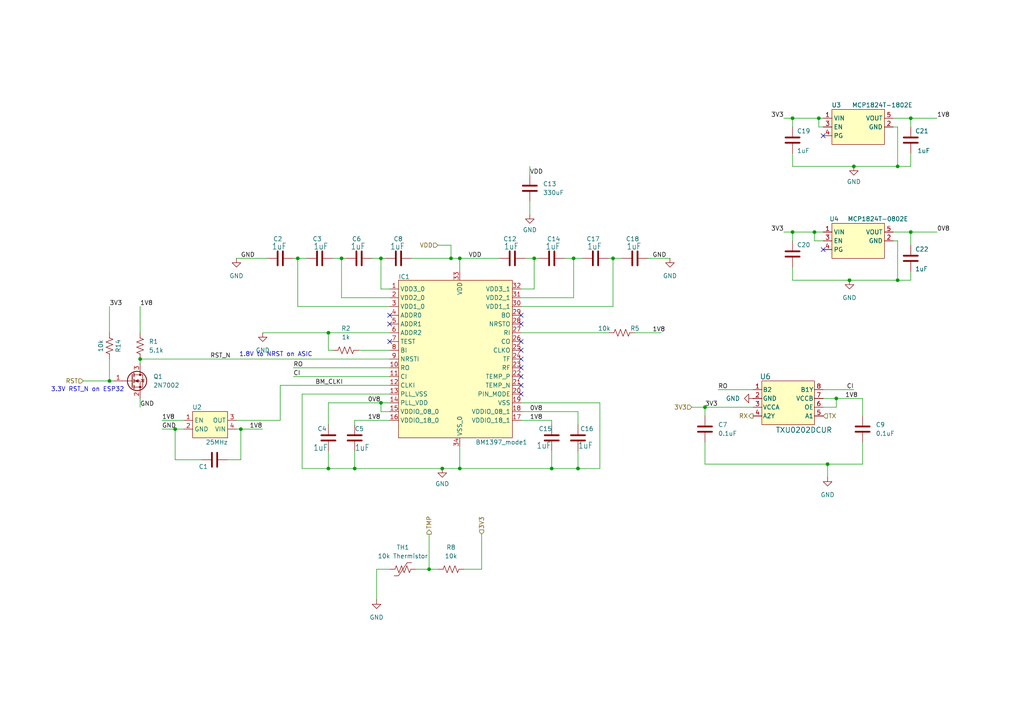
<source format=kicad_sch>
(kicad_sch (version 20231120) (generator "eeschema") (generator_version "8.0")
  (paper "A4")
  (title_block (title "NerdNOS") (date "2024-04-05") (rev "1"))
  (lib_symbols
    (symbol "Device:C" (pin_numbers hide) (pin_names (offset 0.254))
      (property "Reference" "C" (at 0.635 2.54 0))
      (property "Value" "C" (at 0.635 -2.54 0))
      (symbol "C_0_1"
        (polyline (pts (xy -2.032 -0.762) (xy 2.032 -0.762)) (stroke (width 0.508)))
        (polyline (pts (xy -2.032 0.762) (xy 2.032 0.762)) (stroke (width 0.508)))
      )
      (symbol "C_1_1"
        (pin passive line (at 0 3.81 270) (length 2.794) (name "~") (number "1"))
        (pin passive line (at 0 -3.81 90) (length 2.794) (name "~") (number "2"))
      )
    )
    (symbol "Device:R_US" (pin_numbers hide) (pin_names (offset 0))
      (property "Reference" "R" (at 2.54 0 90))
      (property "Value" "R_US" (at -2.54 0 90))
      (symbol "R_US_0_1"
        (polyline (pts (xy 0 -2.286) (xy 0 -2.54)))
        (polyline (pts (xy 0 2.286) (xy 0 2.54)))
        (polyline (pts (xy 0 -0.762) (xy 1.016 -1.143) (xy 0 -1.524) (xy -1.016 -1.905) (xy 0 -2.286)))
        (polyline (pts (xy 0 0.762) (xy 1.016 0.381) (xy 0 0) (xy -1.016 -0.381) (xy 0 -0.762)))
        (polyline (pts (xy 0 2.286) (xy 1.016 1.905) (xy 0 1.524) (xy -1.016 1.143) (xy 0 0.762)))
      )
      (symbol "R_US_1_1"
        (pin passive line (at 0 3.81 270) (length 1.27) (name "~") (number "1"))
        (pin passive line (at 0 -3.81 90) (length 1.27) (name "~") (number "2"))
      )
    )
    (symbol "Device:Thermistor_US" (pin_numbers hide) (pin_names (offset 0))
      (property "Reference" "TH" (at 2.54 1.27 90))
      (property "Value" "Thermistor_US" (at -2.54 0 90))
      (symbol "Thermistor_US_0_1"
        (polyline (pts (xy 0 -2.286) (xy 0 -2.54)))
        (polyline (pts (xy 0 2.286) (xy 0 2.54)))
        (polyline (pts (xy 1.905 -1.27) (xy 1.905 -2.54)))
        (polyline (pts (xy -1.905 2.54) (xy -1.905 1.27) (xy 1.905 -1.27)))
        (polyline (pts (xy 0 -0.762) (xy 1.016 -1.143) (xy 0 -1.524) (xy -1.016 -1.905) (xy 0 -2.286)))
        (polyline (pts (xy 0 0.762) (xy 1.016 0.381) (xy 0 0) (xy -1.016 -0.381) (xy 0 -0.762)))
        (polyline (pts (xy 0 2.286) (xy 1.016 1.905) (xy 0 1.524) (xy -1.016 1.143) (xy 0 0.762)))
      )
      (symbol "Thermistor_US_1_1"
        (pin passive line (at 0 3.81 270) (length 1.27) (name "~") (number "1"))
        (pin passive line (at 0 -3.81 90) (length 1.27) (name "~") (number "2"))
      )
    )
    (symbol "GND_1" (power) (pin_numbers hide) (pin_names (offset 0) hide)
      (property "Value" "GND" (at 0 -3.81 0))
      (symbol "GND_1_0_1"
        (polyline (pts (xy 0 0) (xy 0 -1.27) (xy 1.27 -1.27) (xy 0 -2.54) (xy -1.27 -1.27) (xy 0 -1.27)))
      )
      (symbol "GND_1_1_1"
        (pin power_in line (at 0 0 270) (length 0) (name "~") (number "1"))
      )
    )
    (symbol "GND_2" (power) (pin_numbers hide) (pin_names (offset 0) hide)
      (property "Value" "GND" (at 0 -3.81 0))
      (symbol "GND_2_0_1"
        (polyline (pts (xy 0 0) (xy 0 -1.27) (xy 1.27 -1.27) (xy 0 -2.54) (xy -1.27 -1.27) (xy 0 -1.27)))
      )
      (symbol "GND_2_1_1"
        (pin power_in line (at 0 0 270) (length 0) (name "~") (number "1"))
      )
    )
    (symbol "GND_4" (power) (pin_numbers hide) (pin_names (offset 0) hide)
      (property "Value" "GND" (at 0 -3.81 0))
      (symbol "GND_4_0_1"
        (polyline (pts (xy 0 0) (xy 0 -1.27) (xy 1.27 -1.27) (xy 0 -2.54) (xy -1.27 -1.27) (xy 0 -1.27)))
      )
      (symbol "GND_4_1_1"
        (pin power_in line (at 0 0 270) (length 0) (name "~") (number "1"))
      )
    )
    (symbol "GND_5" (power) (pin_numbers hide) (pin_names (offset 0) hide)
      (property "Value" "GND" (at 0 -3.81 0))
      (symbol "GND_5_0_1"
        (polyline (pts (xy 0 0) (xy 0 -1.27) (xy 1.27 -1.27) (xy 0 -2.54) (xy -1.27 -1.27) (xy 0 -1.27)))
      )
      (symbol "GND_5_1_1"
        (pin power_in line (at 0 0 270) (length 0) (name "~") (number "1"))
      )
    )
    (symbol "GND_6" (power) (pin_numbers hide) (pin_names (offset 0) hide)
      (property "Value" "GND" (at 0 -3.81 0))
      (symbol "GND_6_0_1"
        (polyline (pts (xy 0 0) (xy 0 -1.27) (xy 1.27 -1.27) (xy 0 -2.54) (xy -1.27 -1.27) (xy 0 -1.27)))
      )
      (symbol "GND_6_1_1"
        (pin power_in line (at 0 0 270) (length 0) (name "~") (number "1"))
      )
    )
    (symbol "GND_7" (power) (pin_numbers hide) (pin_names (offset 0) hide)
      (property "Value" "GND" (at 0 -3.81 0))
      (symbol "GND_7_0_1"
        (polyline (pts (xy 0 0) (xy 0 -1.27) (xy 1.27 -1.27) (xy 0 -2.54) (xy -1.27 -1.27) (xy 0 -1.27)))
      )
      (symbol "GND_7_1_1"
        (pin power_in line (at 0 0 270) (length 0) (name "~") (number "1"))
      )
    )
    (symbol "Transistor_FET:2N7002" (pin_names hide)
      (property "Reference" "Q" (at 5.08 1.905 0))
      (property "Value" "2N7002" (at 5.08 0 0))
      (symbol "2N7002_0_1"
        (polyline (pts (xy 0.254 0) (xy -2.54 0)))
        (polyline (pts (xy 0.254 1.905) (xy 0.254 -1.905)) (stroke (width 0.254)))
        (polyline (pts (xy 0.762 -1.27) (xy 0.762 -2.286)) (stroke (width 0.254)))
        (polyline (pts (xy 0.762 0.508) (xy 0.762 -0.508)) (stroke (width 0.254)))
        (polyline (pts (xy 0.762 2.286) (xy 0.762 1.27)) (stroke (width 0.254)))
        (polyline (pts (xy 2.54 2.54) (xy 2.54 1.778)))
        (polyline (pts (xy 2.54 -2.54) (xy 2.54 0) (xy 0.762 0)))
        (polyline (pts (xy 0.762 -1.778) (xy 3.302 -1.778) (xy 3.302 1.778) (xy 0.762 1.778)))
        (polyline (pts (xy 1.016 0) (xy 2.032 0.381) (xy 2.032 -0.381) (xy 1.016 0)) (fill (type outline)))
        (polyline (pts (xy 2.794 0.508) (xy 2.921 0.381) (xy 3.683 0.381) (xy 3.81 0.254)))
        (polyline (pts (xy 3.302 0.381) (xy 2.921 -0.254) (xy 3.683 -0.254) (xy 3.302 0.381)))
        (circle (center 1.651 0) (radius 2.794) (stroke (width 0.254)))
        (circle (center 2.54 -1.778) (radius 0.254) (fill (type outline)))
        (circle (center 2.54 1.778) (radius 0.254) (fill (type outline)))
      )
      (symbol "2N7002_1_1"
        (pin input line (at -5.08 0 0) (length 2.54) (name "G") (number "1"))
        (pin passive line (at 2.54 -5.08 90) (length 2.54) (name "S") (number "2"))
        (pin passive line (at 2.54 5.08 270) (length 2.54) (name "D") (number "3"))
      )
    )
    (symbol "bitaxe:BM1397_mode1"
      (property "Reference" "IC" (at -17.78 17.78 0))
      (property "Value" "BM1397_mode1" (at -17.78 -30.48 0))
      (symbol "BM1397_mode1_1_0"
        (pin bidirectional line (at -20.32 15.24 0) (length 2.54) (name "VDD3_0") (number "1"))
        (pin bidirectional line (at -20.32 -7.62 0) (length 2.54) (name "RO") (number "10"))
        (pin bidirectional line (at -20.32 -10.16 0) (length 2.54) (name "CI") (number "11"))
        (pin bidirectional line (at -20.32 -12.7 0) (length 2.54) (name "CLKI") (number "12"))
        (pin bidirectional line (at -20.32 -15.24 0) (length 2.54) (name "PLL_VSS") (number "13"))
        (pin bidirectional line (at -20.32 -17.78 0) (length 2.54) (name "PLL_VDD") (number "14"))
        (pin bidirectional line (at -20.32 -20.32 0) (length 2.54) (name "VDDIO_08_0") (number "15"))
        (pin bidirectional line (at -20.32 -22.86 0) (length 2.54) (name "VDDIO_18_0") (number "16"))
        (pin bidirectional line (at 17.78 -22.86 180) (length 2.54) (name "VDDIO_18_1") (number "17"))
        (pin bidirectional line (at 17.78 -20.32 180) (length 2.54) (name "VDDIO_08_1") (number "18"))
        (pin bidirectional line (at 17.78 -17.78 180) (length 2.54) (name "VSS") (number "19"))
        (pin bidirectional line (at -20.32 12.7 0) (length 2.54) (name "VDD2_0") (number "2"))
        (pin bidirectional line (at 17.78 -15.24 180) (length 2.54) (name "PIN_MODE") (number "20"))
        (pin bidirectional line (at 17.78 -12.7 180) (length 2.54) (name "TEMP_N") (number "21"))
        (pin bidirectional line (at 17.78 -10.16 180) (length 2.54) (name "TEMP_P") (number "22"))
        (pin bidirectional line (at 17.78 -7.62 180) (length 2.54) (name "RF") (number "23"))
        (pin bidirectional line (at 17.78 -5.08 180) (length 2.54) (name "TF") (number "24"))
        (pin bidirectional line (at 17.78 -2.54 180) (length 2.54) (name "CLKO") (number "25"))
        (pin bidirectional line (at 17.78 0 180) (length 2.54) (name "CO") (number "26"))
        (pin bidirectional line (at 17.78 2.54 180) (length 2.54) (name "RI") (number "27"))
        (pin bidirectional line (at 17.78 5.08 180) (length 2.54) (name "NRSTO") (number "28"))
        (pin bidirectional line (at 17.78 7.62 180) (length 2.54) (name "BO") (number "29"))
        (pin bidirectional line (at -20.32 10.16 0) (length 2.54) (name "VDD1_0") (number "3"))
        (pin bidirectional line (at 17.78 10.16 180) (length 2.54) (name "VDD1_1") (number "30"))
        (pin bidirectional line (at 17.78 12.7 180) (length 2.54) (name "VDD2_1") (number "31"))
        (pin bidirectional line (at 17.78 15.24 180) (length 2.54) (name "VDD3_1") (number "32"))
        (pin bidirectional line (at 0 20.32 270) (length 2.54) (name "VDD") (number "33"))
        (pin bidirectional line (at 0 -30.48 90) (length 2.54) (name "VSS_0") (number "34"))
        (pin bidirectional line (at -20.32 7.62 0) (length 2.54) (name "ADDR0") (number "4"))
        (pin bidirectional line (at -20.32 5.08 0) (length 2.54) (name "ADDR1") (number "5"))
        (pin bidirectional line (at -20.32 2.54 0) (length 2.54) (name "ADDR2") (number "6"))
        (pin bidirectional line (at -20.32 0 0) (length 2.54) (name "TEST") (number "7"))
        (pin bidirectional line (at -20.32 -2.54 0) (length 2.54) (name "BI") (number "8"))
        (pin bidirectional line (at -20.32 -5.08 0) (length 2.54) (name "NRSTI") (number "9"))
      )
      (symbol "BM1397_mode1_1_1"
        (rectangle (start -17.78 17.78) (end 15.24 -27.94) (stroke (width 0.1524)) (fill (type background)))
      )
    )
    (symbol "bitaxe:MCP1824"
      (property "Reference" "U" (at -7.62 5.08 0))
      (property "Value" "MCP1824" (at 5.08 5.08 0))
      (symbol "MCP1824_0_1"
        (rectangle (start -7.62 3.81) (end 7.62 -6.35) (stroke (width 0.1524)) (fill (type background)))
      )
      (symbol "MCP1824_1_0"
        (pin bidirectional line (at -10.16 1.27 0) (length 2.54) (name "VIN") (number "1"))
        (pin bidirectional line (at 10.16 -1.27 180) (length 2.54) (name "GND") (number "2"))
        (pin bidirectional line (at -10.16 -1.27 0) (length 2.54) (name "EN") (number "3"))
        (pin bidirectional line (at -10.16 -3.81 0) (length 2.54) (name "PG") (number "4"))
        (pin power_out line (at 10.16 1.27 180) (length 2.54) (name "VOUT") (number "5"))
      )
    )
    (symbol "bitaxe:TXU0202DCUR" (pin_names (offset 0.254))
      (property "Reference" "U6" (at -6.604 7.62 0))
      (property "Value" "TXU0202DCUR" (at 7.62 -8.128 0))
      (symbol "TXU0202DCUR_0_1"
        (pin power_out line (at -10.16 1.27 0) (length 2.54) (name "GND") (number "2"))
        (pin power_in line (at -10.16 -1.27 0) (length 2.54) (name "VCCA") (number "3"))
        (pin output line (at -10.16 -3.81 0) (length 2.54) (name "A2Y") (number "4"))
        (pin input line (at 10.16 -3.81 180) (length 2.54) (name "A1") (number "5"))
        (pin input line (at 10.16 -1.27 180) (length 2.54) (name "OE") (number "6"))
        (pin power_in line (at 10.16 1.27 180) (length 2.54) (name "VCCB") (number "7"))
        (pin output line (at 10.16 3.81 180) (length 2.54) (name "B1Y") (number "8"))
      )
      (symbol "TXU0202DCUR_1_1"
        (rectangle (start -7.62 6.35) (end 7.62 -6.35) (fill (type background)))
        (pin input line (at -10.16 3.81 0) (length 2.54) (name "B2") (number "1"))
      )
    )
    (symbol "bitaxe:oscillator"
      (property "Reference" "U" (at -3.81 5.08 0))
      (property "Value" "oscillator" (at 0 -5.08 0))
      (symbol "oscillator_0_1"
        (rectangle (start -5.08 3.81) (end 5.08 -3.81) (stroke (width 0.1524)) (fill (type background)))
      )
      (symbol "oscillator_1_0"
        (pin input line (at -7.62 1.27 0) (length 2.54) (name "EN") (number "1"))
        (pin bidirectional line (at -7.62 -1.27 0) (length 2.54) (name "GND") (number "2"))
        (pin bidirectional line (at 7.62 1.27 180) (length 2.54) (name "OUT") (number "3"))
        (pin power_in line (at 7.62 -1.27 180) (length 2.54) (name "VIN") (number "4"))
      )
    )
    (symbol "power:GND" (power) (pin_names (offset 0))
      (property "Value" "GND" (at 0 -3.81 0))
      (symbol "GND_0_1"
        (polyline (pts (xy 0 0) (xy 0 -1.27) (xy 1.27 -1.27) (xy 0 -2.54) (xy -1.27 -1.27) (xy 0 -1.27)))
      )
      (symbol "GND_1_1"
        (pin power_in line (at 0 0 270) (length 0) hide (name "GND") (number "1"))
      )
    )
  )
  (junction (at 240.03 134.62))
  (junction (at 260.35 48.26) (diameter 0.9144))
  (junction (at 229.87 67.31) (diameter 0.9144))
  (junction (at 242.57 115.57))
  (junction (at 237.49 34.29))
  (junction (at 95.25 135.89))
  (junction (at 229.87 34.29) (diameter 0.9144))
  (junction (at 160.02 135.89))
  (junction (at 130.81 74.93))
  (junction (at 50.8 124.46))
  (junction (at 40.64 104.14))
  (junction (at 204.47 118.11))
  (junction (at 167.64 135.89))
  (junction (at 128.27 135.89))
  (junction (at 102.87 135.89))
  (junction (at 236.22 67.31))
  (junction (at 247.65 48.26))
  (junction (at 264.16 67.31) (diameter 0.9144))
  (junction (at 99.06 74.93))
  (junction (at 154.94 74.93))
  (junction (at 166.37 74.93))
  (junction (at 124.46 165.1))
  (junction (at 95.25 96.52))
  (junction (at 264.16 34.29) (diameter 0.9144))
  (junction (at 86.36 74.93))
  (junction (at 177.8 74.93))
  (junction (at 31.75 110.49))
  (junction (at 246.38 81.28))
  (junction (at 110.49 116.84))
  (junction (at 133.35 135.89))
  (junction (at 69.85 124.46))
  (junction (at 133.35 74.93))
  (junction (at 260.35 81.28) (diameter 0.9144))
  (junction (at 110.49 74.93))
  (no_connect (at 113.03 99.06))
  (no_connect (at 151.13 111.76))
  (no_connect (at 151.13 114.3))
  (no_connect (at 151.13 101.6))
  (no_connect (at 151.13 109.22))
  (no_connect (at 151.13 104.14))
  (no_connect (at 238.76 39.37))
  (no_connect (at 113.03 93.98))
  (no_connect (at 151.13 106.68))
  (no_connect (at 151.13 99.06))
  (no_connect (at 151.13 91.44))
  (no_connect (at 151.13 93.98))
  (no_connect (at 113.03 91.44))
  (no_connect (at 238.76 72.39))
  (wire (pts (xy 133.35 135.89) (xy 133.35 129.54)))
  (wire (pts (xy 110.49 74.93) (xy 110.49 83.82)))
  (wire (pts (xy 40.64 104.14) (xy 113.03 104.14)))
  (wire (pts (xy 107.95 74.93) (xy 110.49 74.93)))
  (wire (pts (xy 69.85 124.46) (xy 76.2 124.46)))
  (wire (pts (xy 40.64 88.9) (xy 40.64 96.52)))
  (wire (pts (xy 102.87 130.81) (xy 102.87 135.89)))
  (wire (pts (xy 68.58 124.46) (xy 69.85 124.46)))
  (wire (pts (xy 187.96 74.93) (xy 194.31 74.93)))
  (wire (pts (xy 154.94 74.93) (xy 156.21 74.93)))
  (wire (pts (xy 240.03 134.62) (xy 250.19 134.62)))
  (wire (pts (xy 76.2 96.52) (xy 95.25 96.52)))
  (wire (pts (xy 166.37 86.36) (xy 166.37 74.93)))
  (wire (pts (xy 153.67 58.42) (xy 153.67 62.23)))
  (wire (pts (xy 120.65 165.1) (xy 124.46 165.1)))
  (wire (pts (xy 31.75 88.9) (xy 31.75 96.52)))
  (wire (pts (xy 236.22 69.85) (xy 238.76 69.85)))
  (wire (pts (xy 184.15 96.52) (xy 191.77 96.52)))
  (wire (pts (xy 160.02 130.81) (xy 160.02 135.89)))
  (wire (pts (xy 86.36 88.9) (xy 86.36 74.93)))
  (wire (pts (xy 173.99 116.84) (xy 151.13 116.84)))
  (wire (pts (xy 260.35 81.28) (xy 246.38 81.28)))
  (wire (pts (xy 24.13 110.49) (xy 31.75 110.49)))
  (wire (pts (xy 110.49 119.38) (xy 110.49 116.84)))
  (wire (pts (xy 238.76 118.11) (xy 242.57 118.11)))
  (wire (pts (xy 68.58 121.92) (xy 81.28 121.92)))
  (wire (pts (xy 264.16 34.29) (xy 271.78 34.29)))
  (wire (pts (xy 260.35 69.85) (xy 259.08 69.85)))
  (wire (pts (xy 229.87 48.26) (xy 247.65 48.26)))
  (wire (pts (xy 264.16 44.45) (xy 264.16 48.26)))
  (wire (pts (xy 95.25 130.81) (xy 95.25 135.89)))
  (wire (pts (xy 152.4 74.93) (xy 154.94 74.93)))
  (wire (pts (xy 236.22 69.85) (xy 236.22 67.31)))
  (wire (pts (xy 81.28 111.76) (xy 81.28 121.92)))
  (wire (pts (xy 50.8 133.35) (xy 50.8 124.46)))
  (wire (pts (xy 127 71.12) (xy 130.81 71.12)))
  (wire (pts (xy 227.33 67.31) (xy 229.87 67.31)))
  (wire (pts (xy 46.99 124.46) (xy 50.8 124.46)))
  (wire (pts (xy 167.64 119.38) (xy 167.64 123.19)))
  (wire (pts (xy 95.25 135.89) (xy 102.87 135.89)))
  (wire (pts (xy 238.76 115.57) (xy 242.57 115.57)))
  (wire (pts (xy 229.87 44.45) (xy 229.87 48.26)))
  (wire (pts (xy 238.76 113.03) (xy 247.65 113.03)))
  (wire (pts (xy 87.63 114.3) (xy 87.63 135.89)))
  (wire (pts (xy 229.87 34.29) (xy 229.87 36.83)))
  (wire (pts (xy 236.22 67.31) (xy 238.76 67.31)))
  (wire (pts (xy 109.22 165.1) (xy 109.22 173.99)))
  (wire (pts (xy 250.19 134.62) (xy 250.19 128.27)))
  (wire (pts (xy 31.75 110.49) (xy 33.02 110.49)))
  (wire (pts (xy 151.13 119.38) (xy 167.64 119.38)))
  (wire (pts (xy 95.25 116.84) (xy 110.49 116.84)))
  (wire (pts (xy 237.49 36.83) (xy 237.49 34.29)))
  (wire (pts (xy 242.57 115.57) (xy 250.19 115.57)))
  (wire (pts (xy 119.38 74.93) (xy 130.81 74.93)))
  (wire (pts (xy 229.87 34.29) (xy 237.49 34.29)))
  (wire (pts (xy 31.75 104.14) (xy 31.75 110.49)))
  (wire (pts (xy 68.58 74.93) (xy 77.47 74.93)))
  (wire (pts (xy 204.47 134.62) (xy 204.47 128.27)))
  (wire (pts (xy 124.46 154.94) (xy 124.46 165.1)))
  (wire (pts (xy 85.09 109.22) (xy 113.03 109.22)))
  (wire (pts (xy 259.08 67.31) (xy 264.16 67.31)))
  (wire (pts (xy 113.03 83.82) (xy 110.49 83.82)))
  (wire (pts (xy 229.87 67.31) (xy 229.87 69.85)))
  (wire (pts (xy 86.36 74.93) (xy 88.9 74.93)))
  (wire (pts (xy 128.27 135.89) (xy 133.35 135.89)))
  (wire (pts (xy 208.28 113.03) (xy 218.44 113.03)))
  (wire (pts (xy 259.08 34.29) (xy 264.16 34.29)))
  (wire (pts (xy 204.47 118.11) (xy 218.44 118.11)))
  (wire (pts (xy 166.37 74.93) (xy 168.91 74.93)))
  (wire (pts (xy 133.35 74.93) (xy 133.35 78.74)))
  (wire (pts (xy 173.99 135.89) (xy 173.99 116.84)))
  (wire (pts (xy 133.35 135.89) (xy 160.02 135.89)))
  (wire (pts (xy 66.04 133.35) (xy 69.85 133.35)))
  (wire (pts (xy 151.13 121.92) (xy 160.02 121.92)))
  (wire (pts (xy 242.57 118.11) (xy 242.57 115.57)))
  (wire (pts (xy 200.66 118.11) (xy 204.47 118.11)))
  (wire (pts (xy 153.67 50.8) (xy 153.67 48.26)))
  (wire (pts (xy 81.28 111.76) (xy 113.03 111.76)))
  (wire (pts (xy 250.19 115.57) (xy 250.19 120.65)))
  (wire (pts (xy 46.99 121.92) (xy 53.34 121.92)))
  (wire (pts (xy 151.13 96.52) (xy 176.53 96.52)))
  (wire (pts (xy 95.25 123.19) (xy 95.25 116.84)))
  (wire (pts (xy 69.85 133.35) (xy 69.85 124.46)))
  (wire (pts (xy 163.83 74.93) (xy 166.37 74.93)))
  (wire (pts (xy 167.64 135.89) (xy 173.99 135.89)))
  (wire (pts (xy 264.16 48.26) (xy 260.35 48.26)))
  (wire (pts (xy 130.81 71.12) (xy 130.81 74.93)))
  (wire (pts (xy 85.09 106.68) (xy 113.03 106.68)))
  (wire (pts (xy 237.49 34.29) (xy 238.76 34.29)))
  (wire (pts (xy 144.78 74.93) (xy 133.35 74.93)))
  (wire (pts (xy 264.16 67.31) (xy 264.16 71.12)))
  (wire (pts (xy 204.47 134.62) (xy 240.03 134.62)))
  (wire (pts (xy 176.53 74.93) (xy 177.8 74.93)))
  (wire (pts (xy 50.8 124.46) (xy 53.34 124.46)))
  (wire (pts (xy 102.87 135.89) (xy 128.27 135.89)))
  (wire (pts (xy 113.03 86.36) (xy 99.06 86.36)))
  (wire (pts (xy 113.03 119.38) (xy 110.49 119.38)))
  (wire (pts (xy 110.49 116.84) (xy 113.03 116.84)))
  (wire (pts (xy 260.35 36.83) (xy 260.35 48.26)))
  (wire (pts (xy 160.02 135.89) (xy 167.64 135.89)))
  (wire (pts (xy 104.14 101.6) (xy 113.03 101.6)))
  (wire (pts (xy 229.87 67.31) (xy 236.22 67.31)))
  (wire (pts (xy 95.25 96.52) (xy 113.03 96.52)))
  (wire (pts (xy 167.64 130.81) (xy 167.64 135.89)))
  (wire (pts (xy 102.87 123.19) (xy 102.87 121.92)))
  (wire (pts (xy 96.52 101.6) (xy 95.25 101.6)))
  (wire (pts (xy 102.87 121.92) (xy 113.03 121.92)))
  (wire (pts (xy 95.25 101.6) (xy 95.25 96.52)))
  (wire (pts (xy 260.35 36.83) (xy 259.08 36.83)))
  (wire (pts (xy 87.63 135.89) (xy 95.25 135.89)))
  (wire (pts (xy 58.42 133.35) (xy 50.8 133.35)))
  (wire (pts (xy 264.16 34.29) (xy 264.16 36.83)))
  (wire (pts (xy 87.63 114.3) (xy 113.03 114.3)))
  (wire (pts (xy 151.13 88.9) (xy 177.8 88.9)))
  (wire (pts (xy 204.47 118.11) (xy 204.47 120.65)))
  (wire (pts (xy 260.35 69.85) (xy 260.35 81.28)))
  (wire (pts (xy 110.49 74.93) (xy 111.76 74.93)))
  (wire (pts (xy 227.33 34.29) (xy 229.87 34.29)))
  (wire (pts (xy 85.09 74.93) (xy 86.36 74.93)))
  (wire (pts (xy 247.65 48.26) (xy 260.35 48.26)))
  (wire (pts (xy 113.03 88.9) (xy 86.36 88.9)))
  (wire (pts (xy 264.16 81.28) (xy 260.35 81.28)))
  (wire (pts (xy 229.87 77.47) (xy 229.87 81.28)))
  (wire (pts (xy 177.8 88.9) (xy 177.8 74.93)))
  (wire (pts (xy 130.81 74.93) (xy 133.35 74.93)))
  (wire (pts (xy 96.52 74.93) (xy 99.06 74.93)))
  (wire (pts (xy 40.64 115.57) (xy 40.64 118.11)))
  (wire (pts (xy 99.06 86.36) (xy 99.06 74.93)))
  (wire (pts (xy 264.16 78.74) (xy 264.16 81.28)))
  (wire (pts (xy 160.02 121.92) (xy 160.02 123.19)))
  (wire (pts (xy 264.16 67.31) (xy 271.78 67.31)))
  (wire (pts (xy 99.06 74.93) (xy 100.33 74.93)))
  (wire (pts (xy 237.49 36.83) (xy 238.76 36.83)))
  (wire (pts (xy 240.03 134.62) (xy 240.03 138.43)))
  (wire (pts (xy 134.62 165.1) (xy 139.7 165.1)))
  (wire (pts (xy 246.38 81.28) (xy 229.87 81.28)))
  (wire (pts (xy 154.94 83.82) (xy 154.94 74.93)))
  (wire (pts (xy 40.64 104.14) (xy 40.64 105.41)))
  (wire (pts (xy 151.13 86.36) (xy 166.37 86.36)))
  (wire (pts (xy 113.03 165.1) (xy 109.22 165.1)))
  (wire (pts (xy 124.46 165.1) (xy 127 165.1)))
  (wire (pts (xy 151.13 83.82) (xy 154.94 83.82)))
  (wire (pts (xy 139.7 165.1) (xy 139.7 154.94)))
  (wire (pts (xy 177.8 74.93) (xy 180.34 74.93)))
  (text "3.3V RST_N on ESP32" (at 25.4 113.03 0) (effects (font (size 1.27 1.27))))
  (text "1.8V to NRST on ASIC" (at 80.01 102.87 0) (effects (font (size 1.27 1.27))))
  (label "1V8" (at 153.67 121.92 0))
  (label "0V8" (at 106.68 116.84 0))
  (label "VDD" (at 135.89 74.93 0))
  (label "GND" (at 46.99 124.46 0))
  (label "1V8" (at 40.64 88.9 0))
  (label "3V3" (at 31.75 88.9 0))
  (label "3V3" (at 204.47 118.11 0))
  (label "GND" (at 189.23 74.93 0))
  (label "RST_N" (at 60.96 104.14 0))
  (label "1V8" (at 46.99 121.92 0))
  (label "CI" (at 247.65 113.03 180))
  (label "0V8" (at 153.67 119.38 0))
  (label "1V8" (at 106.68 121.92 0))
  (label "BM_CLKI" (at 91.44 111.76 0))
  (label "0V8" (at 271.78 67.31 0))
  (label "GND" (at 69.85 74.93 0))
  (label "1V8" (at 189.23 96.52 0))
  (label "3V3" (at 227.33 67.31 180))
  (label "CI" (at 85.09 109.22 0))
  (label "1V8" (at 72.39 124.46 0))
  (label "1V8" (at 245.11 115.57 0))
  (label "3V3" (at 227.33 34.29 180))
  (label "GND" (at 40.64 118.11 0))
  (label "RO" (at 208.28 113.03 0))
  (label "RO" (at 85.09 106.68 0))
  (label "1V8" (at 271.78 34.29 0))
  (label "VDD" (at 153.67 50.8 0))
  (hierarchical_label "TX" (shape input) (at 238.76 120.65 0))
  (hierarchical_label "3V3" (shape input) (at 200.66 118.11 180))
  (hierarchical_label "TMP" (shape output) (at 124.46 154.94 90))
  (hierarchical_label "3V3" (shape input) (at 139.7 154.94 90))
  (hierarchical_label "RST" (shape input) (at 24.13 110.49 180))
  (hierarchical_label "RX" (shape output) (at 218.44 120.65 180))
  (hierarchical_label "VDD" (shape input) (at 127 71.12 180))
  (symbol (lib_id "Device:C") (at 160.02 74.93 90) (unit 1)
    (property "Reference" "C14" (at 162.56 68.58 90) (effects (justify left bottom)))
    (property "Value" "1uF" (at 162.56 70.485 90) (effects (font (size 1.778 1.5113)) (justify left bottom)))
    (property "Footprint" "Capacitor_SMD:C_0402_1005Metric" (effects (hide yes)))
    (property "DK" "587-5514-1-ND" (effects (hide yes)))
    (property "PARTNO" "EMK105BJ105MV-F" (effects (hide yes)))
  )
  (symbol (lib_id "Device:C") (at 95.25 127 0) (unit 1)
    (property "Reference" "C4" (at 92.075 125.095 0) (effects (justify left bottom)))
    (property "Value" "1uF" (at 90.805 130.81 0) (effects (font (size 1.778 1.5113)) (justify left bottom)))
    (property "Footprint" "Capacitor_SMD:C_0402_1005Metric" (effects (hide yes)))
    (property "DK" "587-5514-1-ND" (effects (hide yes)))
    (property "PARTNO" "EMK105BJ105MV-F" (effects (hide yes)))
  )
  (symbol (lib_id "Device:Thermistor_US") (at 116.84 165.1 90) (unit 1)
    (property "Reference" "TH1" (at 116.84 158.75 90))
    (property "Value" "10k Thermistor" (at 116.84 161.29 90))
    (property "Footprint" "Resistor_SMD:R_0402_1005Metric" (effects (hide yes)))
    (property "Description" "Thermistor, temperature dependent resistor, US symbol" (effects (hide yes)))
    (property "PARTNO" "NTCG103JF103FT1" (effects (hide yes)))
    (property "DK" "445-2550-2-ND" (effects (hide yes)))
  )
  (symbol (lib_id "power:GND") (at 247.65 48.26 0) (mirror y) (unit 1)
    (property "Reference" "#PWR012" (effects (hide yes)))
    (property "Value" "GND" (at 247.65 52.705 0))
  )
  (symbol (lib_id "Device:C") (at 167.64 127 0) (unit 1)
    (property "Reference" "C16" (at 168.275 125.095 0) (effects (justify left bottom)))
    (property "Value" "1uF" (at 167.64 130.175 0) (effects (font (size 1.778 1.5113)) (justify left bottom)))
    (property "Footprint" "Capacitor_SMD:C_0402_1005Metric" (effects (hide yes)))
    (property "DK" "587-5514-1-ND" (effects (hide yes)))
    (property "PARTNO" "EMK105BJ105MV-F" (effects (hide yes)))
  )
  (symbol (lib_id "Device:C") (at 115.57 74.93 90) (unit 1)
    (property "Reference" "C8" (at 116.84 68.58 90) (effects (justify left bottom)))
    (property "Value" "1uF" (at 117.475 70.485 90) (effects (font (size 1.778 1.5113)) (justify left bottom)))
    (property "Footprint" "Capacitor_SMD:C_0402_1005Metric" (effects (hide yes)))
    (property "DK" "587-5514-1-ND" (effects (hide yes)))
    (property "PARTNO" "EMK105BJ105MV-F" (effects (hide yes)))
  )
  (symbol (lib_id "Device:C") (at 264.16 74.93 0) (unit 1)
    (property "Reference" "C22" (at 265.43 73.025 0) (effects (justify left bottom)))
    (property "Value" "1uF" (at 265.43 78.74 0) (effects (justify left bottom)))
    (property "Footprint" "Capacitor_SMD:C_0402_1005Metric" (effects (hide yes)))
    (property "DK" "587-5514-1-ND" (effects (hide yes)))
    (property "PARTNO" "EMK105BJ105MV-F" (effects (hide yes)))
  )
  (symbol (lib_name "GND_1") (lib_id "power:GND") (at 68.58 74.93 0) (unit 1)
    (property "Reference" "#PWR07" (effects (hide yes)))
    (property "Value" "GND" (at 68.58 80.01 0))
    (property "Description" "Power symbol creates a global label with name \"GND\" , ground" (effects (hide yes)))
  )
  (symbol (lib_id "Device:C") (at 104.14 74.93 90) (unit 1)
    (property "Reference" "C6" (at 104.775 68.58 90) (effects (justify left bottom)))
    (property "Value" "1uF" (at 106.045 70.485 90) (effects (font (size 1.778 1.5113)) (justify left bottom)))
    (property "Footprint" "Capacitor_SMD:C_0402_1005Metric" (effects (hide yes)))
    (property "DK" "587-5514-1-ND" (effects (hide yes)))
    (property "PARTNO" "EMK105BJ105MV-F" (effects (hide yes)))
  )
  (symbol (lib_id "power:GND") (at 128.27 135.89 0) (mirror y) (unit 1)
    (property "Reference" "#PWR02" (effects (hide yes)))
    (property "Value" "GND" (at 128.27 140.335 0))
  )
  (symbol (lib_id "Device:C") (at 229.87 40.64 0) (unit 1)
    (property "Reference" "C19" (at 231.14 38.735 0) (effects (justify left bottom)))
    (property "Value" "1uF" (at 231.14 44.45 0) (effects (justify left bottom)))
    (property "Footprint" "Capacitor_SMD:C_0402_1005Metric" (effects (hide yes)))
    (property "DK" "587-5514-1-ND" (effects (hide yes)))
    (property "PARTNO" "EMK105BJ105MV-F" (effects (hide yes)))
  )
  (symbol (lib_id "bitaxe:BM1397_mode1") (at 133.35 99.06 0) (unit 1)
    (property "Reference" "IC1" (at 115.57 80.264 0) (effects (justify left)))
    (property "Value" "BM1397_mode1" (at 137.922 128.27 0) (effects (justify left)))
    (property "Footprint" "bitaxe:BM1397" (effects (hide yes)))
    (property "DNP" "T" (effects (hide yes)))
  )
  (symbol (lib_id "Device:R_US") (at 31.75 100.33 0) (unit 1)
    (property "Reference" "R14" (at 34.29 100.33 90))
    (property "Value" "10k" (at 29.21 100.33 90))
    (property "Footprint" "Resistor_SMD:R_0402_1005Metric" (effects (hide yes)))
    (property "DK" "311-10KJRCT-ND" (effects (hide yes)))
    (property "PARTNO" "RC0402JR-0710KL" (effects (hide yes)))
  )
  (symbol (lib_name "GND_2") (lib_id "power:GND") (at 194.31 74.93 0) (unit 1)
    (property "Reference" "#PWR08" (effects (hide yes)))
    (property "Value" "GND" (at 194.31 80.01 0))
    (property "Description" "Power symbol creates a global label with name \"GND\" , ground" (effects (hide yes)))
  )
  (symbol (lib_id "bitaxe:MCP1824") (at 248.92 35.56 0) (unit 1)
    (property "Reference" "U3" (at 242.57 30.48 0))
    (property "Value" "MCP1824T-1802E" (at 255.905 30.48 0))
    (property "Footprint" "Package_TO_SOT_SMD:SOT-23-5" (effects (hide yes)))
    (property "Datasheet" "https://ww1.microchip.com/downloads/en/DeviceDoc/22070a.pdf" (effects (hide yes)))
    (property "PARTNO" "MCP1824T-1802E/OT" (effects (hide yes)))
    (property "DK" "MCP1824T-1802E/OTCT-ND" (effects (hide yes)))
  )
  (symbol (lib_id "Device:C") (at 81.28 74.93 90) (unit 1)
    (property "Reference" "C2" (at 81.915 68.58 90) (effects (justify left bottom)))
    (property "Value" "1uF" (at 83.185 70.485 90) (effects (font (size 1.778 1.5113)) (justify left bottom)))
    (property "Footprint" "Capacitor_SMD:C_0402_1005Metric" (effects (hide yes)))
    (property "DK" "587-5514-1-ND" (effects (hide yes)))
    (property "PARTNO" "EMK105BJ105MV-F" (effects (hide yes)))
  )
  (symbol (lib_id "Device:C") (at 92.71 74.93 90) (unit 1)
    (property "Reference" "C3" (at 93.345 68.58 90) (effects (justify left bottom)))
    (property "Value" "1uF" (at 95.25 70.485 90) (effects (font (size 1.778 1.5113)) (justify left bottom)))
    (property "Footprint" "Capacitor_SMD:C_0402_1005Metric" (effects (hide yes)))
    (property "DK" "587-5514-1-ND" (effects (hide yes)))
    (property "PARTNO" "EMK105BJ105MV-F" (effects (hide yes)))
  )
  (symbol (lib_id "Device:C") (at 264.16 40.64 0) (unit 1)
    (property "Reference" "C21" (at 265.43 38.735 0) (effects (justify left bottom)))
    (property "Value" "1uF" (at 266.065 44.45 0) (effects (justify left bottom)))
    (property "Footprint" "Capacitor_SMD:C_0402_1005Metric" (effects (hide yes)))
    (property "DK" "587-5514-1-ND" (effects (hide yes)))
    (property "PARTNO" "EMK105BJ105MV-F" (effects (hide yes)))
  )
  (symbol (lib_id "Device:C") (at 102.87 127 0) (unit 1)
    (property "Reference" "C5" (at 102.87 125.095 0) (effects (justify left bottom)))
    (property "Value" "1uF" (at 102.87 130.81 0) (effects (font (size 1.778 1.5113)) (justify left bottom)))
    (property "Footprint" "Capacitor_SMD:C_0402_1005Metric" (effects (hide yes)))
    (property "DK" "587-5514-1-ND" (effects (hide yes)))
    (property "PARTNO" "EMK105BJ105MV-F" (effects (hide yes)))
  )
  (symbol (lib_id "Device:C") (at 172.72 74.93 90) (unit 1)
    (property "Reference" "C17" (at 173.99 68.58 90) (effects (justify left bottom)))
    (property "Value" "1uF" (at 174.625 70.485 90) (effects (font (size 1.778 1.5113)) (justify left bottom)))
    (property "Footprint" "Capacitor_SMD:C_0402_1005Metric" (effects (hide yes)))
    (property "DK" "587-5514-1-ND" (effects (hide yes)))
    (property "PARTNO" "EMK105BJ105MV-F" (effects (hide yes)))
  )
  (symbol (lib_id "bitaxe:MCP1824") (at 248.92 68.58 0) (unit 1)
    (property "Reference" "U4" (at 241.935 63.5 0))
    (property "Value" "MCP1824T-0802E" (at 254.635 63.5 0))
    (property "Footprint" "Package_TO_SOT_SMD:SOT-23-5" (effects (hide yes)))
    (property "Datasheet" "https://ww1.microchip.com/downloads/en/DeviceDoc/22070a.pdf" (effects (hide yes)))
    (property "PARTNO" "MCP1824T-0802E/OT" (effects (hide yes)))
    (property "DK" "MCP1824T-0802E/OTCT-ND" (effects (hide yes)))
  )
  (symbol (lib_name "GND_1") (lib_id "power:GND") (at 76.2 96.52 0) (unit 1)
    (property "Reference" "#PWR05" (effects (hide yes)))
    (property "Value" "GND" (at 76.2 101.6 0))
    (property "Description" "Power symbol creates a global label with name \"GND\" , ground" (effects (hide yes)))
  )
  (symbol (lib_id "Device:R_US") (at 130.81 165.1 90) (unit 1)
    (property "Reference" "R8" (at 130.81 158.75 90))
    (property "Value" "10k" (at 130.81 161.29 90))
    (property "Footprint" "Resistor_SMD:R_0402_1005Metric" (effects (hide yes)))
    (property "Description" "Resistor, US symbol" (effects (hide yes)))
    (property "DK" "311-10KJRCT-ND" (effects (hide yes)))
    (property "PARTNO" "RC0402JR-0710KL" (effects (hide yes)))
  )
  (symbol (lib_id "Device:C") (at 229.87 73.66 0) (unit 1)
    (property "Reference" "C20" (at 231.14 71.755 0) (effects (justify left bottom)))
    (property "Value" "0.1uF" (effects (hide yes)))
    (property "Footprint" "Capacitor_SMD:C_0402_1005Metric" (effects (hide yes)))
    (property "DK" "478-KGM05AR71C104KHCT-ND" (effects (hide yes)))
    (property "PARTNO" "KGM05AR71C104KH" (effects (hide yes)))
  )
  (symbol (lib_name "GND_7") (lib_id "power:GND") (at 109.22 173.99 0) (unit 1)
    (property "Reference" "#PWR06" (effects (hide yes)))
    (property "Value" "GND" (at 109.22 179.07 0))
    (property "Description" "Power symbol creates a global label with name \"GND\" , ground" (effects (hide yes)))
  )
  (symbol (lib_id "Device:C") (at 148.59 74.93 90) (unit 1)
    (property "Reference" "C12" (at 149.86 68.58 90) (effects (justify left bottom)))
    (property "Value" "1uF" (at 150.495 70.485 90) (effects (font (size 1.778 1.5113)) (justify left bottom)))
    (property "Footprint" "Capacitor_SMD:C_0402_1005Metric" (effects (hide yes)))
    (property "DK" "587-5514-1-ND" (effects (hide yes)))
    (property "PARTNO" "EMK105BJ105MV-F" (effects (hide yes)))
  )
  (symbol (lib_id "Transistor_FET:2N7002") (at 38.1 110.49 0) (unit 1)
    (property "Reference" "Q1" (at 44.45 109.2199 0) (effects (justify left)))
    (property "Value" "2N7002" (at 44.45 111.7599 0) (effects (justify left)))
    (property "Footprint" "Package_TO_SOT_SMD:SOT-23" (effects (hide yes)))
    (property "Datasheet" "https://www.onsemi.com/pub/Collateral/NDS7002A-D.PDF" (effects (hide yes)))
    (property "Description" "0.115A Id, 60V Vds, N-Channel MOSFET, SOT-23" (effects (hide yes)))
    (property "DK" "2N7002NCT-ND" (effects (hide yes)))
    (property "PARTNO" "2N7002" (effects (hide yes)))
  )
  (symbol (lib_id "Device:C") (at 62.23 133.35 90) (unit 1)
    (property "Reference" "C1" (at 60.325 134.62 90) (effects (justify left bottom)))
    (property "Value" "0.1uF" (effects (hide yes)))
    (property "Footprint" "Capacitor_SMD:C_0402_1005Metric" (effects (hide yes)))
    (property "DK" "478-KGM05AR71C104KHCT-ND" (effects (hide yes)))
    (property "PARTNO" "KGM05AR71C104KH" (effects (hide yes)))
  )
  (symbol (lib_id "bitaxe:TXU0202DCUR") (at 228.6 116.84 0) (unit 1)
    (property "Reference" "U6" (at 221.996 109.22 0) (effects (font (size 1.524 1.524))))
    (property "Value" "TXU0202DCUR" (at 233.172 124.714 0) (effects (font (size 1.524 1.524))))
    (property "Footprint" "bitaxe:SO8_DCU_TEX" (effects (hide yes)))
    (property "Datasheet" "TXU0202DCUR" (effects (hide yes)))
    (property "Description" "https://www.ti.com/lit/ds/symlink/txu0202.pdf" (effects (hide yes)))
    (property "DK" "296-TXU0202DCURCT-ND" (effects (hide yes)))
    (property "PARTNO" "TXU0202DCUR" (effects (hide yes)))
  )
  (symbol (lib_id "Device:R_US") (at 180.34 96.52 90) (unit 1)
    (property "Reference" "R5" (at 184.15 95.25 90))
    (property "Value" "10k" (at 175.26 95.25 90))
    (property "Footprint" "Resistor_SMD:R_0402_1005Metric" (effects (hide yes)))
    (property "DK" "311-10KJRCT-ND" (effects (hide yes)))
    (property "PARTNO" "RC0402JR-0710KL" (effects (hide yes)))
  )
  (symbol (lib_id "Device:C") (at 160.02 127 0) (unit 1)
    (property "Reference" "C15" (at 156.21 125.095 0) (effects (justify left bottom)))
    (property "Value" "1uF" (at 155.575 130.175 0) (effects (font (size 1.778 1.5113)) (justify left bottom)))
    (property "Footprint" "Capacitor_SMD:C_0402_1005Metric" (effects (hide yes)))
    (property "DK" "587-5514-1-ND" (effects (hide yes)))
    (property "PARTNO" "EMK105BJ105MV-F" (effects (hide yes)))
  )
  (symbol (lib_id "Device:C") (at 153.67 54.61 0) (unit 1)
    (property "Reference" "C13" (at 157.48 53.3399 0) (effects (justify left)))
    (property "Value" "330uF" (at 157.48 55.8799 0) (effects (justify left)))
    (property "Footprint" "Capacitor_SMD:C_1210_3225Metric" (effects (hide yes)))
    (property "Description" "Unpolarized capacitor" (effects (hide yes)))
    (property "DK" "490-GRM32ER60G337ME05KCT-ND" (effects (hide yes)))
    (property "PARTNO" "GRM32ER60G337ME05K" (effects (hide yes)))
  )
  (symbol (lib_id "Device:C") (at 184.15 74.93 90) (unit 1)
    (property "Reference" "C18" (at 185.42 68.58 90) (effects (justify left bottom)))
    (property "Value" "1uF" (at 186.055 70.485 90) (effects (font (size 1.778 1.5113)) (justify left bottom)))
    (property "Footprint" "Capacitor_SMD:C_0402_1005Metric" (effects (hide yes)))
    (property "DK" "587-5514-1-ND" (effects (hide yes)))
    (property "PARTNO" "EMK105BJ105MV-F" (effects (hide yes)))
  )
  (symbol (lib_id "bitaxe:oscillator") (at 60.96 123.19 0) (unit 1)
    (property "Reference" "U2" (at 57.15 118.11 0))
    (property "Value" "25MHz" (at 62.865 128.27 0))
    (property "Footprint" "bitaxe:O 25,0-JO32-B-1V3-1-T1-LF" (effects (hide yes)))
    (property "Datasheet" "https://www.jauch.com/downloadfile/5ef1edcfb8e2f73163c8ce8009ef659d1/jo32-1.8-3.3v.pdf" (effects (hide yes)))
    (property "DK" "1908-O250-JO32-B-1V3-1-T1-LFCT-ND" (effects (hide yes)))
    (property "PARTNO" "O 25,0-JO32-B-1V3-1-T1-LF" (effects (hide yes)))
  )
  (symbol (lib_name "GND_6") (lib_id "power:GND") (at 240.03 138.43 0) (unit 1)
    (property "Reference" "#PWR015" (effects (hide yes)))
    (property "Value" "GND" (at 240.03 143.51 0))
    (property "Description" "Power symbol creates a global label with name \"GND\" , ground" (effects (hide yes)))
  )
  (symbol (lib_id "Device:R_US") (at 100.33 101.6 90) (unit 1)
    (property "Reference" "R2" (at 100.33 95.25 90))
    (property "Value" "1k" (at 100.33 97.79 90))
    (property "Footprint" "Resistor_SMD:R_0402_1005Metric" (effects (hide yes)))
    (property "Description" "Resistor, US symbol" (effects (hide yes)))
    (property "DK" "311-1.00KLRCT-ND" (effects (hide yes)))
    (property "PARTNO" "RC0402FR-071KL" (effects (hide yes)))
  )
  (symbol (lib_id "Device:C") (at 250.19 124.46 0) (unit 1)
    (property "Reference" "C9" (at 254 123.1899 0) (effects (justify left)))
    (property "Value" "0.1uF" (at 254 125.7299 0) (effects (justify left)))
    (property "Footprint" "Capacitor_SMD:C_0402_1005Metric" (effects (hide yes)))
    (property "Description" "Unpolarized capacitor" (effects (hide yes)))
    (property "PARTNO" "KGM05AR71C104KH" (effects (hide yes)))
    (property "DK" "478-KGM05AR71C104KHCT-ND" (effects (hide yes)))
  )
  (symbol (lib_name "GND_5") (lib_id "power:GND") (at 246.38 81.28 0) (unit 1)
    (property "Reference" "#PWR013" (effects (hide yes)))
    (property "Value" "GND" (at 246.38 86.36 0))
    (property "Description" "Power symbol creates a global label with name \"GND\" , ground" (effects (hide yes)))
  )
  (symbol (lib_id "Device:R_US") (at 40.64 100.33 180) (unit 1)
    (property "Reference" "R1" (at 43.18 99.0599 0) (effects (justify right)))
    (property "Value" "5.1k" (at 43.18 101.5999 0) (effects (justify right)))
    (property "Footprint" "Resistor_SMD:R_0402_1005Metric" (effects (hide yes)))
    (property "Description" "Resistor, US symbol" (effects (hide yes)))
    (property "DK" "RMCF0402JT5K10CT-ND" (effects (hide yes)))
    (property "PARTNO" "ERJ-2RKF2491X" (effects (hide yes)))
  )
  (symbol (lib_id "power:GND") (at 153.67 62.23 0) (mirror y) (unit 1)
    (property "Reference" "#PWR01" (effects (hide yes)))
    (property "Value" "GND" (at 153.67 66.675 0))
  )
  (symbol (lib_name "GND_4") (lib_id "power:GND") (at 218.44 115.57 270) (unit 1)
    (property "Reference" "#PWR014" (effects (hide yes)))
    (property "Value" "GND" (at 214.63 115.5699 90) (effects (justify right)))
    (property "Description" "Power symbol creates a global label with name \"GND\" , ground" (effects (hide yes)))
  )
  (symbol (lib_id "Device:C") (at 204.47 124.46 180) (unit 1)
    (property "Reference" "C7" (at 208.28 123.1899 0) (effects (justify right)))
    (property "Value" "0.1uF" (at 208.28 125.7299 0) (effects (justify right)))
    (property "Footprint" "Capacitor_SMD:C_0402_1005Metric" (effects (hide yes)))
    (property "Description" "Unpolarized capacitor" (effects (hide yes)))
    (property "PARTNO" "KGM05AR71C104KH" (effects (hide yes)))
    (property "DK" "478-KGM05AR71C104KHCT-ND" (effects (hide yes)))
  )
)
</source>
